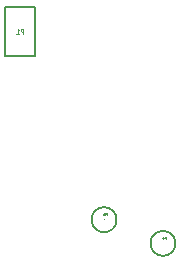
<source format=gbr>
G04 #@! TF.GenerationSoftware,KiCad,Pcbnew,(5.0.2)-1*
G04 #@! TF.CreationDate,2019-05-03T13:45:30-04:00*
G04 #@! TF.ProjectId,PowConnV1,506f7743-6f6e-46e5-9631-2e6b69636164,V2*
G04 #@! TF.SameCoordinates,Original*
G04 #@! TF.FileFunction,Other,Fab,Bot*
%FSLAX46Y46*%
G04 Gerber Fmt 4.6, Leading zero omitted, Abs format (unit mm)*
G04 Created by KiCad (PCBNEW (5.0.2)-1) date 5/3/2019 1:45:30 PM*
%MOMM*%
%LPD*%
G01*
G04 APERTURE LIST*
%ADD10C,0.150000*%
%ADD11C,0.015000*%
%ADD12C,0.100000*%
%ADD13C,0.050000*%
G04 APERTURE END LIST*
D10*
G04 #@! TO.C,P1*
X39039480Y-94331480D02*
X39039480Y-98531480D01*
X41539480Y-94331480D02*
X41539480Y-98531480D01*
X39039480Y-98531480D02*
X41539480Y-98531480D01*
X39039480Y-94331480D02*
X41539480Y-94331480D01*
D11*
G04 #@! TO.C,P4*
X52410200Y-114360960D02*
G75*
G03X52410200Y-114360960I-10000J0D01*
G01*
D10*
X53454951Y-114360960D02*
G75*
G03X53454951Y-114360960I-1054751J0D01*
G01*
G04 #@! TO.C,P5*
X48466391Y-112354360D02*
G75*
G03X48466391Y-112354360I-1054751J0D01*
G01*
D11*
X47421640Y-112354360D02*
G75*
G03X47421640Y-112354360I-10000J0D01*
G01*
G04 #@! TD*
G04 #@! TO.C,P1*
D12*
X40584718Y-96612432D02*
X40584718Y-96212432D01*
X40432337Y-96212432D01*
X40394241Y-96231480D01*
X40375194Y-96250527D01*
X40356146Y-96288622D01*
X40356146Y-96345765D01*
X40375194Y-96383860D01*
X40394241Y-96402908D01*
X40432337Y-96421956D01*
X40584718Y-96421956D01*
X39975194Y-96612432D02*
X40203765Y-96612432D01*
X40089480Y-96612432D02*
X40089480Y-96212432D01*
X40127575Y-96269575D01*
X40165670Y-96307670D01*
X40203765Y-96326718D01*
G04 #@! TO.C,P4*
D13*
X52647819Y-114001436D02*
X52647819Y-113801436D01*
X52571628Y-113801436D01*
X52552580Y-113810960D01*
X52543057Y-113820483D01*
X52533533Y-113839531D01*
X52533533Y-113868102D01*
X52543057Y-113887150D01*
X52552580Y-113896674D01*
X52571628Y-113906198D01*
X52647819Y-113906198D01*
X52362104Y-113868102D02*
X52362104Y-114001436D01*
X52409723Y-113791912D02*
X52457342Y-113934769D01*
X52333533Y-113934769D01*
G04 #@! TO.C,P5*
X47659259Y-111994836D02*
X47659259Y-111794836D01*
X47583068Y-111794836D01*
X47564020Y-111804360D01*
X47554497Y-111813883D01*
X47544973Y-111832931D01*
X47544973Y-111861502D01*
X47554497Y-111880550D01*
X47564020Y-111890074D01*
X47583068Y-111899598D01*
X47659259Y-111899598D01*
X47364020Y-111794836D02*
X47459259Y-111794836D01*
X47468782Y-111890074D01*
X47459259Y-111880550D01*
X47440211Y-111871026D01*
X47392592Y-111871026D01*
X47373544Y-111880550D01*
X47364020Y-111890074D01*
X47354497Y-111909121D01*
X47354497Y-111956740D01*
X47364020Y-111975788D01*
X47373544Y-111985312D01*
X47392592Y-111994836D01*
X47440211Y-111994836D01*
X47459259Y-111985312D01*
X47468782Y-111975788D01*
G04 #@! TD*
M02*

</source>
